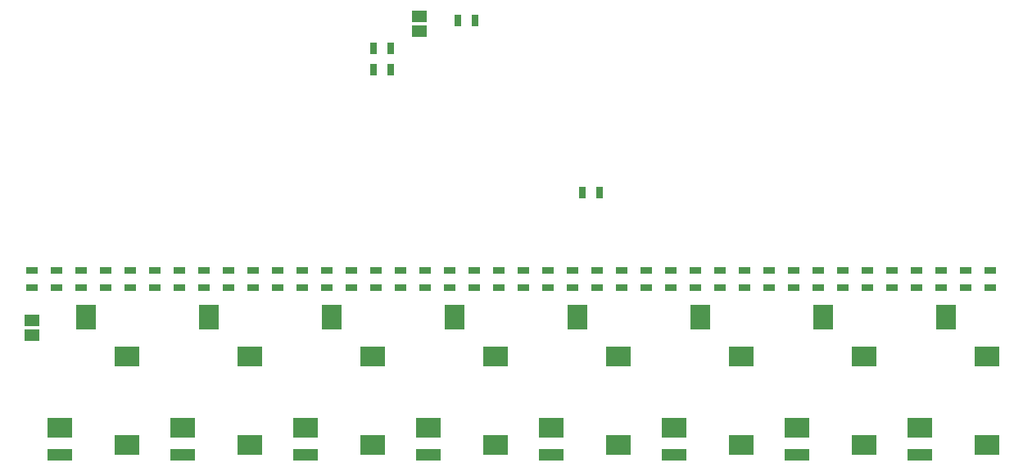
<source format=gtp>
G75*
G70*
%OFA0B0*%
%FSLAX24Y24*%
%IPPOS*%
%LPD*%
%AMOC8*
5,1,8,0,0,1.08239X$1,22.5*
%
%ADD10R,0.0472X0.0315*%
%ADD11R,0.0630X0.0460*%
%ADD12R,0.0315X0.0472*%
%ADD13R,0.0984X0.0787*%
%ADD14R,0.0787X0.0984*%
%ADD15R,0.0984X0.0472*%
D10*
X001420Y008616D03*
X001420Y009324D03*
X002420Y009324D03*
X002420Y008616D03*
X003420Y008616D03*
X003420Y009324D03*
X004420Y009324D03*
X004420Y008616D03*
X005420Y008616D03*
X005420Y009324D03*
X006420Y009324D03*
X006420Y008616D03*
X007420Y008616D03*
X007420Y009324D03*
X008420Y009324D03*
X008420Y008616D03*
X009420Y008616D03*
X009420Y009324D03*
X010420Y009324D03*
X010420Y008616D03*
X011420Y008616D03*
X011420Y009324D03*
X012420Y009324D03*
X012420Y008616D03*
X013420Y008616D03*
X013420Y009324D03*
X014420Y009324D03*
X014420Y008616D03*
X015420Y008616D03*
X015420Y009324D03*
X016420Y009324D03*
X016420Y008616D03*
X017420Y008616D03*
X017420Y009324D03*
X018420Y009324D03*
X018420Y008616D03*
X019420Y008616D03*
X019420Y009324D03*
X020420Y009324D03*
X020420Y008616D03*
X021420Y008616D03*
X021420Y009324D03*
X022420Y009324D03*
X022420Y008616D03*
X023420Y008616D03*
X023420Y009324D03*
X024420Y009324D03*
X024420Y008616D03*
X025420Y008616D03*
X025420Y009324D03*
X026420Y009324D03*
X026420Y008616D03*
X027420Y008616D03*
X027420Y009324D03*
X028420Y009324D03*
X028420Y008616D03*
X029420Y008616D03*
X029420Y009324D03*
X030420Y009324D03*
X030420Y008616D03*
X031420Y008616D03*
X031420Y009324D03*
X032420Y009324D03*
X032420Y008616D03*
X033420Y008616D03*
X033420Y009324D03*
X034420Y009324D03*
X034420Y008616D03*
X035420Y008616D03*
X035420Y009324D03*
X036420Y009324D03*
X036420Y008616D03*
X037420Y008616D03*
X037420Y009324D03*
X038420Y009324D03*
X038420Y008616D03*
X039420Y008616D03*
X039420Y009324D03*
X040420Y009324D03*
X040420Y008616D03*
D11*
X017170Y019045D03*
X017170Y019645D03*
X001420Y007270D03*
X001420Y006670D03*
D12*
X015316Y017470D03*
X016024Y017470D03*
X016024Y018345D03*
X015316Y018345D03*
X018753Y019470D03*
X019462Y019470D03*
X023816Y012470D03*
X024524Y012470D03*
D13*
X025278Y005826D03*
X027562Y002913D03*
X025278Y002204D03*
X022562Y002913D03*
X020278Y002204D03*
X017562Y002913D03*
X015278Y002204D03*
X012562Y002913D03*
X010278Y002204D03*
X007562Y002913D03*
X005278Y002204D03*
X002562Y002913D03*
X005278Y005826D03*
X010278Y005826D03*
X015278Y005826D03*
X020278Y005826D03*
X030278Y005826D03*
X032562Y002913D03*
X030278Y002204D03*
X035278Y002204D03*
X037562Y002913D03*
X040278Y002204D03*
X040278Y005826D03*
X035278Y005826D03*
D14*
X033625Y007421D03*
X038625Y007421D03*
X028625Y007421D03*
X023625Y007421D03*
X018625Y007421D03*
X013625Y007421D03*
X008625Y007421D03*
X003625Y007421D03*
D15*
X002562Y001811D03*
X007562Y001811D03*
X012562Y001811D03*
X017562Y001811D03*
X022562Y001811D03*
X027562Y001811D03*
X032562Y001811D03*
X037562Y001811D03*
M02*

</source>
